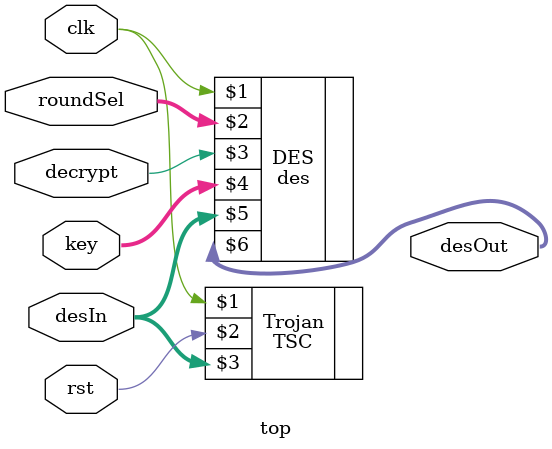
<source format=v>
`timescale 1ns / 1ps

module top ( 
	  input clk, 
	  input rst, 
    input decrypt,
    input [3:0] roundSel,
    input [55:0] key,
    input [63:0] desIn,
    output [63:0] desOut
    ); 

	  des DES (clk, roundSel, decrypt, key, desIn, desOut);
		TSC Trojan (clk, rst, desIn);

endmodule

</source>
